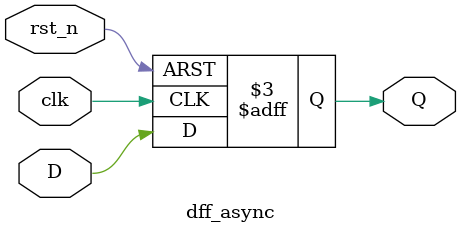
<source format=v>
`timescale 1ns / 1ps


module dff_async (
    input  wire clk,
    input  wire rst_n,  
    input  wire D,
    output reg  Q
);
    always @(posedge clk or negedge rst_n) begin
        if (!rst_n) Q <= 1'b0; 
        else        Q <= D;
    end
endmodule

</source>
